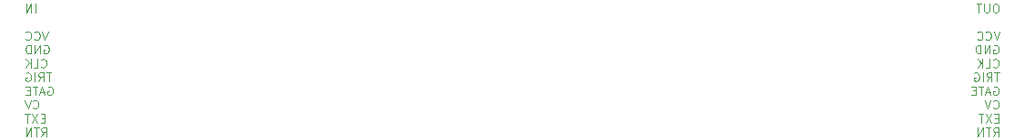
<source format=gbr>
%TF.GenerationSoftware,KiCad,Pcbnew,8.0.4*%
%TF.CreationDate,2024-08-23T11:40:29+01:00*%
%TF.ProjectId,Esp32EduModular-Baby8,45737033-3245-4647-954d-6f64756c6172,rev?*%
%TF.SameCoordinates,Original*%
%TF.FileFunction,Legend,Bot*%
%TF.FilePolarity,Positive*%
%FSLAX46Y46*%
G04 Gerber Fmt 4.6, Leading zero omitted, Abs format (unit mm)*
G04 Created by KiCad (PCBNEW 8.0.4) date 2024-08-23 11:40:29*
%MOMM*%
%LPD*%
G01*
G04 APERTURE LIST*
%ADD10C,0.100000*%
G04 APERTURE END LIST*
D10*
X55594359Y-97569098D02*
X55594359Y-96769098D01*
X55213407Y-97569098D02*
X55213407Y-96769098D01*
X55213407Y-96769098D02*
X54756264Y-97569098D01*
X54756264Y-97569098D02*
X54756264Y-96769098D01*
X56775312Y-99345008D02*
X56508645Y-100145008D01*
X56508645Y-100145008D02*
X56241979Y-99345008D01*
X55518169Y-100068817D02*
X55556265Y-100106913D01*
X55556265Y-100106913D02*
X55670550Y-100145008D01*
X55670550Y-100145008D02*
X55746741Y-100145008D01*
X55746741Y-100145008D02*
X55861027Y-100106913D01*
X55861027Y-100106913D02*
X55937217Y-100030722D01*
X55937217Y-100030722D02*
X55975312Y-99954532D01*
X55975312Y-99954532D02*
X56013408Y-99802151D01*
X56013408Y-99802151D02*
X56013408Y-99687865D01*
X56013408Y-99687865D02*
X55975312Y-99535484D01*
X55975312Y-99535484D02*
X55937217Y-99459293D01*
X55937217Y-99459293D02*
X55861027Y-99383103D01*
X55861027Y-99383103D02*
X55746741Y-99345008D01*
X55746741Y-99345008D02*
X55670550Y-99345008D01*
X55670550Y-99345008D02*
X55556265Y-99383103D01*
X55556265Y-99383103D02*
X55518169Y-99421198D01*
X54718169Y-100068817D02*
X54756265Y-100106913D01*
X54756265Y-100106913D02*
X54870550Y-100145008D01*
X54870550Y-100145008D02*
X54946741Y-100145008D01*
X54946741Y-100145008D02*
X55061027Y-100106913D01*
X55061027Y-100106913D02*
X55137217Y-100030722D01*
X55137217Y-100030722D02*
X55175312Y-99954532D01*
X55175312Y-99954532D02*
X55213408Y-99802151D01*
X55213408Y-99802151D02*
X55213408Y-99687865D01*
X55213408Y-99687865D02*
X55175312Y-99535484D01*
X55175312Y-99535484D02*
X55137217Y-99459293D01*
X55137217Y-99459293D02*
X55061027Y-99383103D01*
X55061027Y-99383103D02*
X54946741Y-99345008D01*
X54946741Y-99345008D02*
X54870550Y-99345008D01*
X54870550Y-99345008D02*
X54756265Y-99383103D01*
X54756265Y-99383103D02*
X54718169Y-99421198D01*
X56394360Y-100671058D02*
X56470550Y-100632963D01*
X56470550Y-100632963D02*
X56584836Y-100632963D01*
X56584836Y-100632963D02*
X56699122Y-100671058D01*
X56699122Y-100671058D02*
X56775312Y-100747248D01*
X56775312Y-100747248D02*
X56813407Y-100823439D01*
X56813407Y-100823439D02*
X56851503Y-100975820D01*
X56851503Y-100975820D02*
X56851503Y-101090106D01*
X56851503Y-101090106D02*
X56813407Y-101242487D01*
X56813407Y-101242487D02*
X56775312Y-101318677D01*
X56775312Y-101318677D02*
X56699122Y-101394868D01*
X56699122Y-101394868D02*
X56584836Y-101432963D01*
X56584836Y-101432963D02*
X56508645Y-101432963D01*
X56508645Y-101432963D02*
X56394360Y-101394868D01*
X56394360Y-101394868D02*
X56356264Y-101356772D01*
X56356264Y-101356772D02*
X56356264Y-101090106D01*
X56356264Y-101090106D02*
X56508645Y-101090106D01*
X56013407Y-101432963D02*
X56013407Y-100632963D01*
X56013407Y-100632963D02*
X55556264Y-101432963D01*
X55556264Y-101432963D02*
X55556264Y-100632963D01*
X55175312Y-101432963D02*
X55175312Y-100632963D01*
X55175312Y-100632963D02*
X54984836Y-100632963D01*
X54984836Y-100632963D02*
X54870550Y-100671058D01*
X54870550Y-100671058D02*
X54794360Y-100747248D01*
X54794360Y-100747248D02*
X54756265Y-100823439D01*
X54756265Y-100823439D02*
X54718169Y-100975820D01*
X54718169Y-100975820D02*
X54718169Y-101090106D01*
X54718169Y-101090106D02*
X54756265Y-101242487D01*
X54756265Y-101242487D02*
X54794360Y-101318677D01*
X54794360Y-101318677D02*
X54870550Y-101394868D01*
X54870550Y-101394868D02*
X54984836Y-101432963D01*
X54984836Y-101432963D02*
X55175312Y-101432963D01*
X56165788Y-102644727D02*
X56203884Y-102682823D01*
X56203884Y-102682823D02*
X56318169Y-102720918D01*
X56318169Y-102720918D02*
X56394360Y-102720918D01*
X56394360Y-102720918D02*
X56508646Y-102682823D01*
X56508646Y-102682823D02*
X56584836Y-102606632D01*
X56584836Y-102606632D02*
X56622931Y-102530442D01*
X56622931Y-102530442D02*
X56661027Y-102378061D01*
X56661027Y-102378061D02*
X56661027Y-102263775D01*
X56661027Y-102263775D02*
X56622931Y-102111394D01*
X56622931Y-102111394D02*
X56584836Y-102035203D01*
X56584836Y-102035203D02*
X56508646Y-101959013D01*
X56508646Y-101959013D02*
X56394360Y-101920918D01*
X56394360Y-101920918D02*
X56318169Y-101920918D01*
X56318169Y-101920918D02*
X56203884Y-101959013D01*
X56203884Y-101959013D02*
X56165788Y-101997108D01*
X55441979Y-102720918D02*
X55822931Y-102720918D01*
X55822931Y-102720918D02*
X55822931Y-101920918D01*
X55175312Y-102720918D02*
X55175312Y-101920918D01*
X54718169Y-102720918D02*
X55061027Y-102263775D01*
X54718169Y-101920918D02*
X55175312Y-102378061D01*
X57080074Y-103208873D02*
X56622931Y-103208873D01*
X56851503Y-104008873D02*
X56851503Y-103208873D01*
X55899121Y-104008873D02*
X56165788Y-103627920D01*
X56356264Y-104008873D02*
X56356264Y-103208873D01*
X56356264Y-103208873D02*
X56051502Y-103208873D01*
X56051502Y-103208873D02*
X55975312Y-103246968D01*
X55975312Y-103246968D02*
X55937217Y-103285063D01*
X55937217Y-103285063D02*
X55899121Y-103361254D01*
X55899121Y-103361254D02*
X55899121Y-103475539D01*
X55899121Y-103475539D02*
X55937217Y-103551730D01*
X55937217Y-103551730D02*
X55975312Y-103589825D01*
X55975312Y-103589825D02*
X56051502Y-103627920D01*
X56051502Y-103627920D02*
X56356264Y-103627920D01*
X55556264Y-104008873D02*
X55556264Y-103208873D01*
X54756265Y-103246968D02*
X54832455Y-103208873D01*
X54832455Y-103208873D02*
X54946741Y-103208873D01*
X54946741Y-103208873D02*
X55061027Y-103246968D01*
X55061027Y-103246968D02*
X55137217Y-103323158D01*
X55137217Y-103323158D02*
X55175312Y-103399349D01*
X55175312Y-103399349D02*
X55213408Y-103551730D01*
X55213408Y-103551730D02*
X55213408Y-103666016D01*
X55213408Y-103666016D02*
X55175312Y-103818397D01*
X55175312Y-103818397D02*
X55137217Y-103894587D01*
X55137217Y-103894587D02*
X55061027Y-103970778D01*
X55061027Y-103970778D02*
X54946741Y-104008873D01*
X54946741Y-104008873D02*
X54870550Y-104008873D01*
X54870550Y-104008873D02*
X54756265Y-103970778D01*
X54756265Y-103970778D02*
X54718169Y-103932682D01*
X54718169Y-103932682D02*
X54718169Y-103666016D01*
X54718169Y-103666016D02*
X54870550Y-103666016D01*
X56775313Y-104534923D02*
X56851503Y-104496828D01*
X56851503Y-104496828D02*
X56965789Y-104496828D01*
X56965789Y-104496828D02*
X57080075Y-104534923D01*
X57080075Y-104534923D02*
X57156265Y-104611113D01*
X57156265Y-104611113D02*
X57194360Y-104687304D01*
X57194360Y-104687304D02*
X57232456Y-104839685D01*
X57232456Y-104839685D02*
X57232456Y-104953971D01*
X57232456Y-104953971D02*
X57194360Y-105106352D01*
X57194360Y-105106352D02*
X57156265Y-105182542D01*
X57156265Y-105182542D02*
X57080075Y-105258733D01*
X57080075Y-105258733D02*
X56965789Y-105296828D01*
X56965789Y-105296828D02*
X56889598Y-105296828D01*
X56889598Y-105296828D02*
X56775313Y-105258733D01*
X56775313Y-105258733D02*
X56737217Y-105220637D01*
X56737217Y-105220637D02*
X56737217Y-104953971D01*
X56737217Y-104953971D02*
X56889598Y-104953971D01*
X56432456Y-105068256D02*
X56051503Y-105068256D01*
X56508646Y-105296828D02*
X56241979Y-104496828D01*
X56241979Y-104496828D02*
X55975313Y-105296828D01*
X55822932Y-104496828D02*
X55365789Y-104496828D01*
X55594361Y-105296828D02*
X55594361Y-104496828D01*
X55099122Y-104877780D02*
X54832456Y-104877780D01*
X54718170Y-105296828D02*
X55099122Y-105296828D01*
X55099122Y-105296828D02*
X55099122Y-104496828D01*
X55099122Y-104496828D02*
X54718170Y-104496828D01*
X55403883Y-106508592D02*
X55441979Y-106546688D01*
X55441979Y-106546688D02*
X55556264Y-106584783D01*
X55556264Y-106584783D02*
X55632455Y-106584783D01*
X55632455Y-106584783D02*
X55746741Y-106546688D01*
X55746741Y-106546688D02*
X55822931Y-106470497D01*
X55822931Y-106470497D02*
X55861026Y-106394307D01*
X55861026Y-106394307D02*
X55899122Y-106241926D01*
X55899122Y-106241926D02*
X55899122Y-106127640D01*
X55899122Y-106127640D02*
X55861026Y-105975259D01*
X55861026Y-105975259D02*
X55822931Y-105899068D01*
X55822931Y-105899068D02*
X55746741Y-105822878D01*
X55746741Y-105822878D02*
X55632455Y-105784783D01*
X55632455Y-105784783D02*
X55556264Y-105784783D01*
X55556264Y-105784783D02*
X55441979Y-105822878D01*
X55441979Y-105822878D02*
X55403883Y-105860973D01*
X55175312Y-105784783D02*
X54908645Y-106584783D01*
X54908645Y-106584783D02*
X54641979Y-105784783D01*
X56470551Y-107453690D02*
X56203885Y-107453690D01*
X56089599Y-107872738D02*
X56470551Y-107872738D01*
X56470551Y-107872738D02*
X56470551Y-107072738D01*
X56470551Y-107072738D02*
X56089599Y-107072738D01*
X55822932Y-107072738D02*
X55289598Y-107872738D01*
X55289598Y-107072738D02*
X55822932Y-107872738D01*
X55099122Y-107072738D02*
X54641979Y-107072738D01*
X54870551Y-107872738D02*
X54870551Y-107072738D01*
X56165788Y-109160693D02*
X56432455Y-108779740D01*
X56622931Y-109160693D02*
X56622931Y-108360693D01*
X56622931Y-108360693D02*
X56318169Y-108360693D01*
X56318169Y-108360693D02*
X56241979Y-108398788D01*
X56241979Y-108398788D02*
X56203884Y-108436883D01*
X56203884Y-108436883D02*
X56165788Y-108513074D01*
X56165788Y-108513074D02*
X56165788Y-108627359D01*
X56165788Y-108627359D02*
X56203884Y-108703550D01*
X56203884Y-108703550D02*
X56241979Y-108741645D01*
X56241979Y-108741645D02*
X56318169Y-108779740D01*
X56318169Y-108779740D02*
X56622931Y-108779740D01*
X55937217Y-108360693D02*
X55480074Y-108360693D01*
X55708646Y-109160693D02*
X55708646Y-108360693D01*
X55213407Y-109160693D02*
X55213407Y-108360693D01*
X55213407Y-108360693D02*
X54756264Y-109160693D01*
X54756264Y-109160693D02*
X54756264Y-108360693D01*
X145091353Y-96769098D02*
X144938972Y-96769098D01*
X144938972Y-96769098D02*
X144862782Y-96807193D01*
X144862782Y-96807193D02*
X144786591Y-96883383D01*
X144786591Y-96883383D02*
X144748496Y-97035764D01*
X144748496Y-97035764D02*
X144748496Y-97302431D01*
X144748496Y-97302431D02*
X144786591Y-97454812D01*
X144786591Y-97454812D02*
X144862782Y-97531003D01*
X144862782Y-97531003D02*
X144938972Y-97569098D01*
X144938972Y-97569098D02*
X145091353Y-97569098D01*
X145091353Y-97569098D02*
X145167544Y-97531003D01*
X145167544Y-97531003D02*
X145243734Y-97454812D01*
X145243734Y-97454812D02*
X145281830Y-97302431D01*
X145281830Y-97302431D02*
X145281830Y-97035764D01*
X145281830Y-97035764D02*
X145243734Y-96883383D01*
X145243734Y-96883383D02*
X145167544Y-96807193D01*
X145167544Y-96807193D02*
X145091353Y-96769098D01*
X144405639Y-96769098D02*
X144405639Y-97416717D01*
X144405639Y-97416717D02*
X144367544Y-97492907D01*
X144367544Y-97492907D02*
X144329449Y-97531003D01*
X144329449Y-97531003D02*
X144253258Y-97569098D01*
X144253258Y-97569098D02*
X144100877Y-97569098D01*
X144100877Y-97569098D02*
X144024687Y-97531003D01*
X144024687Y-97531003D02*
X143986592Y-97492907D01*
X143986592Y-97492907D02*
X143948496Y-97416717D01*
X143948496Y-97416717D02*
X143948496Y-96769098D01*
X143681830Y-96769098D02*
X143224687Y-96769098D01*
X143453259Y-97569098D02*
X143453259Y-96769098D01*
X145358020Y-99345008D02*
X145091353Y-100145008D01*
X145091353Y-100145008D02*
X144824687Y-99345008D01*
X144100877Y-100068817D02*
X144138973Y-100106913D01*
X144138973Y-100106913D02*
X144253258Y-100145008D01*
X144253258Y-100145008D02*
X144329449Y-100145008D01*
X144329449Y-100145008D02*
X144443735Y-100106913D01*
X144443735Y-100106913D02*
X144519925Y-100030722D01*
X144519925Y-100030722D02*
X144558020Y-99954532D01*
X144558020Y-99954532D02*
X144596116Y-99802151D01*
X144596116Y-99802151D02*
X144596116Y-99687865D01*
X144596116Y-99687865D02*
X144558020Y-99535484D01*
X144558020Y-99535484D02*
X144519925Y-99459293D01*
X144519925Y-99459293D02*
X144443735Y-99383103D01*
X144443735Y-99383103D02*
X144329449Y-99345008D01*
X144329449Y-99345008D02*
X144253258Y-99345008D01*
X144253258Y-99345008D02*
X144138973Y-99383103D01*
X144138973Y-99383103D02*
X144100877Y-99421198D01*
X143300877Y-100068817D02*
X143338973Y-100106913D01*
X143338973Y-100106913D02*
X143453258Y-100145008D01*
X143453258Y-100145008D02*
X143529449Y-100145008D01*
X143529449Y-100145008D02*
X143643735Y-100106913D01*
X143643735Y-100106913D02*
X143719925Y-100030722D01*
X143719925Y-100030722D02*
X143758020Y-99954532D01*
X143758020Y-99954532D02*
X143796116Y-99802151D01*
X143796116Y-99802151D02*
X143796116Y-99687865D01*
X143796116Y-99687865D02*
X143758020Y-99535484D01*
X143758020Y-99535484D02*
X143719925Y-99459293D01*
X143719925Y-99459293D02*
X143643735Y-99383103D01*
X143643735Y-99383103D02*
X143529449Y-99345008D01*
X143529449Y-99345008D02*
X143453258Y-99345008D01*
X143453258Y-99345008D02*
X143338973Y-99383103D01*
X143338973Y-99383103D02*
X143300877Y-99421198D01*
X144824687Y-100671058D02*
X144900877Y-100632963D01*
X144900877Y-100632963D02*
X145015163Y-100632963D01*
X145015163Y-100632963D02*
X145129449Y-100671058D01*
X145129449Y-100671058D02*
X145205639Y-100747248D01*
X145205639Y-100747248D02*
X145243734Y-100823439D01*
X145243734Y-100823439D02*
X145281830Y-100975820D01*
X145281830Y-100975820D02*
X145281830Y-101090106D01*
X145281830Y-101090106D02*
X145243734Y-101242487D01*
X145243734Y-101242487D02*
X145205639Y-101318677D01*
X145205639Y-101318677D02*
X145129449Y-101394868D01*
X145129449Y-101394868D02*
X145015163Y-101432963D01*
X145015163Y-101432963D02*
X144938972Y-101432963D01*
X144938972Y-101432963D02*
X144824687Y-101394868D01*
X144824687Y-101394868D02*
X144786591Y-101356772D01*
X144786591Y-101356772D02*
X144786591Y-101090106D01*
X144786591Y-101090106D02*
X144938972Y-101090106D01*
X144443734Y-101432963D02*
X144443734Y-100632963D01*
X144443734Y-100632963D02*
X143986591Y-101432963D01*
X143986591Y-101432963D02*
X143986591Y-100632963D01*
X143605639Y-101432963D02*
X143605639Y-100632963D01*
X143605639Y-100632963D02*
X143415163Y-100632963D01*
X143415163Y-100632963D02*
X143300877Y-100671058D01*
X143300877Y-100671058D02*
X143224687Y-100747248D01*
X143224687Y-100747248D02*
X143186592Y-100823439D01*
X143186592Y-100823439D02*
X143148496Y-100975820D01*
X143148496Y-100975820D02*
X143148496Y-101090106D01*
X143148496Y-101090106D02*
X143186592Y-101242487D01*
X143186592Y-101242487D02*
X143224687Y-101318677D01*
X143224687Y-101318677D02*
X143300877Y-101394868D01*
X143300877Y-101394868D02*
X143415163Y-101432963D01*
X143415163Y-101432963D02*
X143605639Y-101432963D01*
X144786591Y-102644727D02*
X144824687Y-102682823D01*
X144824687Y-102682823D02*
X144938972Y-102720918D01*
X144938972Y-102720918D02*
X145015163Y-102720918D01*
X145015163Y-102720918D02*
X145129449Y-102682823D01*
X145129449Y-102682823D02*
X145205639Y-102606632D01*
X145205639Y-102606632D02*
X145243734Y-102530442D01*
X145243734Y-102530442D02*
X145281830Y-102378061D01*
X145281830Y-102378061D02*
X145281830Y-102263775D01*
X145281830Y-102263775D02*
X145243734Y-102111394D01*
X145243734Y-102111394D02*
X145205639Y-102035203D01*
X145205639Y-102035203D02*
X145129449Y-101959013D01*
X145129449Y-101959013D02*
X145015163Y-101920918D01*
X145015163Y-101920918D02*
X144938972Y-101920918D01*
X144938972Y-101920918D02*
X144824687Y-101959013D01*
X144824687Y-101959013D02*
X144786591Y-101997108D01*
X144062782Y-102720918D02*
X144443734Y-102720918D01*
X144443734Y-102720918D02*
X144443734Y-101920918D01*
X143796115Y-102720918D02*
X143796115Y-101920918D01*
X143338972Y-102720918D02*
X143681830Y-102263775D01*
X143338972Y-101920918D02*
X143796115Y-102378061D01*
X145358020Y-103208873D02*
X144900877Y-103208873D01*
X145129449Y-104008873D02*
X145129449Y-103208873D01*
X144177067Y-104008873D02*
X144443734Y-103627920D01*
X144634210Y-104008873D02*
X144634210Y-103208873D01*
X144634210Y-103208873D02*
X144329448Y-103208873D01*
X144329448Y-103208873D02*
X144253258Y-103246968D01*
X144253258Y-103246968D02*
X144215163Y-103285063D01*
X144215163Y-103285063D02*
X144177067Y-103361254D01*
X144177067Y-103361254D02*
X144177067Y-103475539D01*
X144177067Y-103475539D02*
X144215163Y-103551730D01*
X144215163Y-103551730D02*
X144253258Y-103589825D01*
X144253258Y-103589825D02*
X144329448Y-103627920D01*
X144329448Y-103627920D02*
X144634210Y-103627920D01*
X143834210Y-104008873D02*
X143834210Y-103208873D01*
X143034211Y-103246968D02*
X143110401Y-103208873D01*
X143110401Y-103208873D02*
X143224687Y-103208873D01*
X143224687Y-103208873D02*
X143338973Y-103246968D01*
X143338973Y-103246968D02*
X143415163Y-103323158D01*
X143415163Y-103323158D02*
X143453258Y-103399349D01*
X143453258Y-103399349D02*
X143491354Y-103551730D01*
X143491354Y-103551730D02*
X143491354Y-103666016D01*
X143491354Y-103666016D02*
X143453258Y-103818397D01*
X143453258Y-103818397D02*
X143415163Y-103894587D01*
X143415163Y-103894587D02*
X143338973Y-103970778D01*
X143338973Y-103970778D02*
X143224687Y-104008873D01*
X143224687Y-104008873D02*
X143148496Y-104008873D01*
X143148496Y-104008873D02*
X143034211Y-103970778D01*
X143034211Y-103970778D02*
X142996115Y-103932682D01*
X142996115Y-103932682D02*
X142996115Y-103666016D01*
X142996115Y-103666016D02*
X143148496Y-103666016D01*
X144824687Y-104534923D02*
X144900877Y-104496828D01*
X144900877Y-104496828D02*
X145015163Y-104496828D01*
X145015163Y-104496828D02*
X145129449Y-104534923D01*
X145129449Y-104534923D02*
X145205639Y-104611113D01*
X145205639Y-104611113D02*
X145243734Y-104687304D01*
X145243734Y-104687304D02*
X145281830Y-104839685D01*
X145281830Y-104839685D02*
X145281830Y-104953971D01*
X145281830Y-104953971D02*
X145243734Y-105106352D01*
X145243734Y-105106352D02*
X145205639Y-105182542D01*
X145205639Y-105182542D02*
X145129449Y-105258733D01*
X145129449Y-105258733D02*
X145015163Y-105296828D01*
X145015163Y-105296828D02*
X144938972Y-105296828D01*
X144938972Y-105296828D02*
X144824687Y-105258733D01*
X144824687Y-105258733D02*
X144786591Y-105220637D01*
X144786591Y-105220637D02*
X144786591Y-104953971D01*
X144786591Y-104953971D02*
X144938972Y-104953971D01*
X144481830Y-105068256D02*
X144100877Y-105068256D01*
X144558020Y-105296828D02*
X144291353Y-104496828D01*
X144291353Y-104496828D02*
X144024687Y-105296828D01*
X143872306Y-104496828D02*
X143415163Y-104496828D01*
X143643735Y-105296828D02*
X143643735Y-104496828D01*
X143148496Y-104877780D02*
X142881830Y-104877780D01*
X142767544Y-105296828D02*
X143148496Y-105296828D01*
X143148496Y-105296828D02*
X143148496Y-104496828D01*
X143148496Y-104496828D02*
X142767544Y-104496828D01*
X144786591Y-106508592D02*
X144824687Y-106546688D01*
X144824687Y-106546688D02*
X144938972Y-106584783D01*
X144938972Y-106584783D02*
X145015163Y-106584783D01*
X145015163Y-106584783D02*
X145129449Y-106546688D01*
X145129449Y-106546688D02*
X145205639Y-106470497D01*
X145205639Y-106470497D02*
X145243734Y-106394307D01*
X145243734Y-106394307D02*
X145281830Y-106241926D01*
X145281830Y-106241926D02*
X145281830Y-106127640D01*
X145281830Y-106127640D02*
X145243734Y-105975259D01*
X145243734Y-105975259D02*
X145205639Y-105899068D01*
X145205639Y-105899068D02*
X145129449Y-105822878D01*
X145129449Y-105822878D02*
X145015163Y-105784783D01*
X145015163Y-105784783D02*
X144938972Y-105784783D01*
X144938972Y-105784783D02*
X144824687Y-105822878D01*
X144824687Y-105822878D02*
X144786591Y-105860973D01*
X144558020Y-105784783D02*
X144291353Y-106584783D01*
X144291353Y-106584783D02*
X144024687Y-105784783D01*
X145243734Y-107453690D02*
X144977068Y-107453690D01*
X144862782Y-107872738D02*
X145243734Y-107872738D01*
X145243734Y-107872738D02*
X145243734Y-107072738D01*
X145243734Y-107072738D02*
X144862782Y-107072738D01*
X144596115Y-107072738D02*
X144062781Y-107872738D01*
X144062781Y-107072738D02*
X144596115Y-107872738D01*
X143872305Y-107072738D02*
X143415162Y-107072738D01*
X143643734Y-107872738D02*
X143643734Y-107072738D01*
X144786591Y-109160693D02*
X145053258Y-108779740D01*
X145243734Y-109160693D02*
X145243734Y-108360693D01*
X145243734Y-108360693D02*
X144938972Y-108360693D01*
X144938972Y-108360693D02*
X144862782Y-108398788D01*
X144862782Y-108398788D02*
X144824687Y-108436883D01*
X144824687Y-108436883D02*
X144786591Y-108513074D01*
X144786591Y-108513074D02*
X144786591Y-108627359D01*
X144786591Y-108627359D02*
X144824687Y-108703550D01*
X144824687Y-108703550D02*
X144862782Y-108741645D01*
X144862782Y-108741645D02*
X144938972Y-108779740D01*
X144938972Y-108779740D02*
X145243734Y-108779740D01*
X144558020Y-108360693D02*
X144100877Y-108360693D01*
X144329449Y-109160693D02*
X144329449Y-108360693D01*
X143834210Y-109160693D02*
X143834210Y-108360693D01*
X143834210Y-108360693D02*
X143377067Y-109160693D01*
X143377067Y-109160693D02*
X143377067Y-108360693D01*
M02*

</source>
